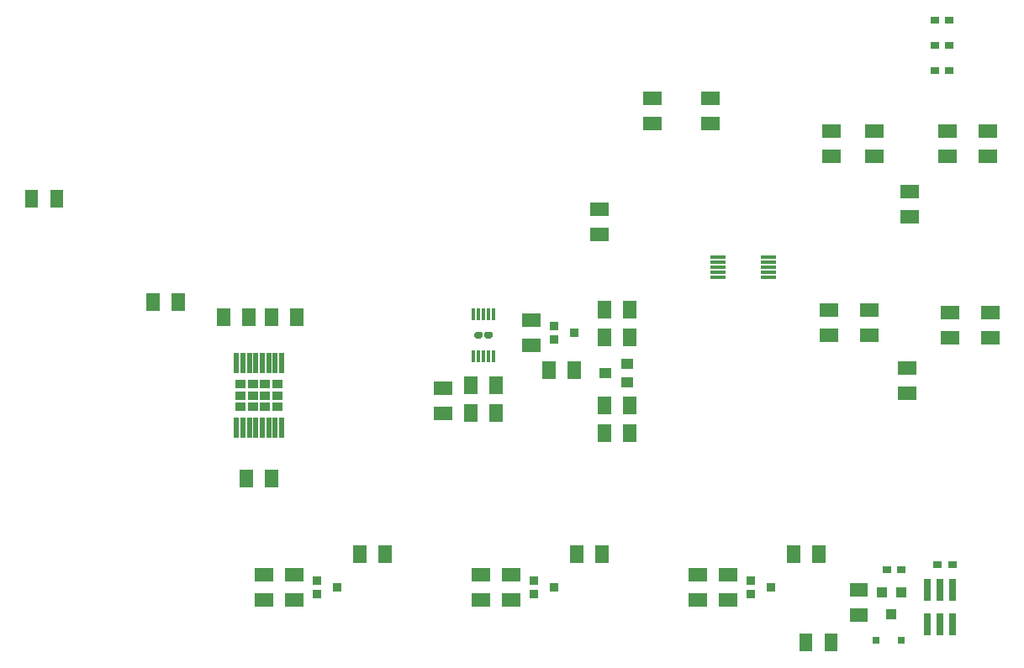
<source format=gtp>
G04 #@! TF.GenerationSoftware,KiCad,Pcbnew,(5.1.6)-1*
G04 #@! TF.CreationDate,2022-03-27T18:43:43+02:00*
G04 #@! TF.ProjectId,signalization_by_fireplace,7369676e-616c-4697-9a61-74696f6e5f62,rev?*
G04 #@! TF.SameCoordinates,Original*
G04 #@! TF.FileFunction,Paste,Top*
G04 #@! TF.FilePolarity,Positive*
%FSLAX46Y46*%
G04 Gerber Fmt 4.6, Leading zero omitted, Abs format (unit mm)*
G04 Created by KiCad (PCBNEW (5.1.6)-1) date 2022-03-27 18:43:43*
%MOMM*%
%LPD*%
G01*
G04 APERTURE LIST*
%ADD10R,0.800000X0.800000*%
%ADD11R,1.050000X0.880000*%
%ADD12R,0.500000X2.000000*%
%ADD13R,1.500000X0.350000*%
%ADD14R,0.900000X0.900000*%
%ADD15R,0.350000X1.200000*%
%ADD16C,0.100000*%
%ADD17R,1.000000X1.000000*%
%ADD18R,0.900000X0.800000*%
%ADD19R,1.300000X1.000000*%
%ADD20R,0.800000X2.200000*%
G04 APERTURE END LIST*
D10*
X231838500Y-140208000D03*
X234378500Y-140208000D03*
D11*
X169047000Y-116703400D03*
X167797000Y-116703400D03*
D12*
X170647000Y-112320000D03*
X171947000Y-118820000D03*
X168047000Y-112320000D03*
D11*
X169047000Y-114436600D03*
D12*
X168697000Y-118820000D03*
X170647000Y-118820000D03*
X169997000Y-112320000D03*
X167397000Y-118820000D03*
X169347000Y-118820000D03*
X169997000Y-118820000D03*
X171297000Y-118820000D03*
X168047000Y-118820000D03*
X171947000Y-112320000D03*
X171297000Y-112320000D03*
X169347000Y-112320000D03*
X168697000Y-112320000D03*
X167397000Y-112320000D03*
D11*
X167797000Y-115570000D03*
X167797000Y-114436600D03*
X169047000Y-115570000D03*
X171547000Y-114436600D03*
X170297000Y-114436600D03*
X171547000Y-115570000D03*
X171547000Y-116703400D03*
X170297000Y-116703400D03*
X170297000Y-115570000D03*
D13*
X220980000Y-101616000D03*
X220980000Y-102116000D03*
X220980000Y-102616000D03*
X220980000Y-103116000D03*
X220980000Y-103616000D03*
X215900000Y-103616000D03*
X215900000Y-103116000D03*
X215900000Y-102616000D03*
X215900000Y-101616000D03*
X215900000Y-102116000D03*
D14*
X199406000Y-109870000D03*
X201406000Y-109220000D03*
X199406000Y-108570000D03*
D15*
X193278000Y-111566960D03*
X193278000Y-107381040D03*
X192778000Y-107381040D03*
X192278000Y-107381040D03*
X191778000Y-107381040D03*
G36*
G01*
X192000500Y-109839000D02*
X191555500Y-109839000D01*
G75*
G02*
X191373000Y-109656500I0J182500D01*
G01*
X191373000Y-109291500D01*
G75*
G02*
X191555500Y-109109000I182500J0D01*
G01*
X192000500Y-109109000D01*
G75*
G02*
X192183000Y-109291500I0J-182500D01*
G01*
X192183000Y-109656500D01*
G75*
G02*
X192000500Y-109839000I-182500J0D01*
G01*
G37*
X191278000Y-107381040D03*
G36*
G01*
X193000500Y-109839000D02*
X192555500Y-109839000D01*
G75*
G02*
X192373000Y-109656500I0J182500D01*
G01*
X192373000Y-109291500D01*
G75*
G02*
X192555500Y-109109000I182500J0D01*
G01*
X193000500Y-109109000D01*
G75*
G02*
X193183000Y-109291500I0J-182500D01*
G01*
X193183000Y-109656500D01*
G75*
G02*
X193000500Y-109839000I-182500J0D01*
G01*
G37*
X191277240Y-111566960D03*
X191778000Y-111566960D03*
X192778000Y-111566960D03*
X192278000Y-111566960D03*
D16*
G36*
X229160500Y-137018000D02*
G01*
X230960500Y-137018000D01*
X230960500Y-138318000D01*
X229160500Y-138318000D01*
X229160500Y-137018000D01*
G37*
G36*
X229160500Y-134478000D02*
G01*
X230960500Y-134478000D01*
X230960500Y-135778000D01*
X229160500Y-135778000D01*
X229160500Y-134478000D01*
G37*
G36*
X226616500Y-141362000D02*
G01*
X226616500Y-139562000D01*
X227916500Y-139562000D01*
X227916500Y-141362000D01*
X226616500Y-141362000D01*
G37*
G36*
X224076500Y-141362000D02*
G01*
X224076500Y-139562000D01*
X225376500Y-139562000D01*
X225376500Y-141362000D01*
X224076500Y-141362000D01*
G37*
D17*
X233362500Y-137598000D03*
X232412500Y-135398000D03*
X234312500Y-135398000D03*
D18*
X238035000Y-132588000D03*
X239485000Y-132588000D03*
X234341500Y-133096000D03*
X232891500Y-133096000D03*
X237717500Y-82804000D03*
X239167500Y-82804000D03*
X237717500Y-80264000D03*
X239167500Y-80264000D03*
X237717500Y-77724000D03*
X239167500Y-77724000D03*
D16*
G36*
X234050000Y-114666000D02*
G01*
X235850000Y-114666000D01*
X235850000Y-115966000D01*
X234050000Y-115966000D01*
X234050000Y-114666000D01*
G37*
G36*
X234050000Y-112126000D02*
G01*
X235850000Y-112126000D01*
X235850000Y-113426000D01*
X234050000Y-113426000D01*
X234050000Y-112126000D01*
G37*
G36*
X212968000Y-135494000D02*
G01*
X214768000Y-135494000D01*
X214768000Y-136794000D01*
X212968000Y-136794000D01*
X212968000Y-135494000D01*
G37*
G36*
X212968000Y-132954000D02*
G01*
X214768000Y-132954000D01*
X214768000Y-134254000D01*
X212968000Y-134254000D01*
X212968000Y-132954000D01*
G37*
G36*
X191124000Y-135494000D02*
G01*
X192924000Y-135494000D01*
X192924000Y-136794000D01*
X191124000Y-136794000D01*
X191124000Y-135494000D01*
G37*
G36*
X191124000Y-132954000D02*
G01*
X192924000Y-132954000D01*
X192924000Y-134254000D01*
X191124000Y-134254000D01*
X191124000Y-132954000D01*
G37*
G36*
X169280000Y-135494000D02*
G01*
X171080000Y-135494000D01*
X171080000Y-136794000D01*
X169280000Y-136794000D01*
X169280000Y-135494000D01*
G37*
G36*
X169280000Y-132954000D02*
G01*
X171080000Y-132954000D01*
X171080000Y-134254000D01*
X169280000Y-134254000D01*
X169280000Y-132954000D01*
G37*
D19*
X206740000Y-114234000D03*
X204540000Y-113284000D03*
X206740000Y-112334000D03*
D16*
G36*
X148638500Y-96658000D02*
G01*
X148638500Y-94858000D01*
X149938500Y-94858000D01*
X149938500Y-96658000D01*
X148638500Y-96658000D01*
G37*
G36*
X146098500Y-96658000D02*
G01*
X146098500Y-94858000D01*
X147398500Y-94858000D01*
X147398500Y-96658000D01*
X146098500Y-96658000D01*
G37*
G36*
X199532000Y-112130000D02*
G01*
X199532000Y-113930000D01*
X198232000Y-113930000D01*
X198232000Y-112130000D01*
X199532000Y-112130000D01*
G37*
G36*
X202072000Y-112130000D02*
G01*
X202072000Y-113930000D01*
X200772000Y-113930000D01*
X200772000Y-112130000D01*
X202072000Y-112130000D01*
G37*
G36*
X159654000Y-105272000D02*
G01*
X159654000Y-107072000D01*
X158354000Y-107072000D01*
X158354000Y-105272000D01*
X159654000Y-105272000D01*
G37*
G36*
X162194000Y-105272000D02*
G01*
X162194000Y-107072000D01*
X160894000Y-107072000D01*
X160894000Y-105272000D01*
X162194000Y-105272000D01*
G37*
G36*
X196204000Y-109840000D02*
G01*
X198004000Y-109840000D01*
X198004000Y-111140000D01*
X196204000Y-111140000D01*
X196204000Y-109840000D01*
G37*
G36*
X196204000Y-107300000D02*
G01*
X198004000Y-107300000D01*
X198004000Y-108600000D01*
X196204000Y-108600000D01*
X196204000Y-107300000D01*
G37*
G36*
X204862000Y-97424000D02*
G01*
X203062000Y-97424000D01*
X203062000Y-96124000D01*
X204862000Y-96124000D01*
X204862000Y-97424000D01*
G37*
G36*
X204862000Y-99964000D02*
G01*
X203062000Y-99964000D01*
X203062000Y-98664000D01*
X204862000Y-98664000D01*
X204862000Y-99964000D01*
G37*
G36*
X225410000Y-132472000D02*
G01*
X225410000Y-130672000D01*
X226710000Y-130672000D01*
X226710000Y-132472000D01*
X225410000Y-132472000D01*
G37*
G36*
X222870000Y-132472000D02*
G01*
X222870000Y-130672000D01*
X224170000Y-130672000D01*
X224170000Y-132472000D01*
X222870000Y-132472000D01*
G37*
G36*
X216016000Y-135494000D02*
G01*
X217816000Y-135494000D01*
X217816000Y-136794000D01*
X216016000Y-136794000D01*
X216016000Y-135494000D01*
G37*
G36*
X216016000Y-132954000D02*
G01*
X217816000Y-132954000D01*
X217816000Y-134254000D01*
X216016000Y-134254000D01*
X216016000Y-132954000D01*
G37*
G36*
X238114000Y-90790000D02*
G01*
X239914000Y-90790000D01*
X239914000Y-92090000D01*
X238114000Y-92090000D01*
X238114000Y-90790000D01*
G37*
G36*
X238114000Y-88250000D02*
G01*
X239914000Y-88250000D01*
X239914000Y-89550000D01*
X238114000Y-89550000D01*
X238114000Y-88250000D01*
G37*
G36*
X243978000Y-89550000D02*
G01*
X242178000Y-89550000D01*
X242178000Y-88250000D01*
X243978000Y-88250000D01*
X243978000Y-89550000D01*
G37*
G36*
X243978000Y-92090000D02*
G01*
X242178000Y-92090000D01*
X242178000Y-90790000D01*
X243978000Y-90790000D01*
X243978000Y-92090000D01*
G37*
G36*
X234304000Y-96886000D02*
G01*
X236104000Y-96886000D01*
X236104000Y-98186000D01*
X234304000Y-98186000D01*
X234304000Y-96886000D01*
G37*
G36*
X234304000Y-94346000D02*
G01*
X236104000Y-94346000D01*
X236104000Y-95646000D01*
X234304000Y-95646000D01*
X234304000Y-94346000D01*
G37*
G36*
X226430000Y-90790000D02*
G01*
X228230000Y-90790000D01*
X228230000Y-92090000D01*
X226430000Y-92090000D01*
X226430000Y-90790000D01*
G37*
G36*
X226430000Y-88250000D02*
G01*
X228230000Y-88250000D01*
X228230000Y-89550000D01*
X226430000Y-89550000D01*
X226430000Y-88250000D01*
G37*
G36*
X230748000Y-90790000D02*
G01*
X232548000Y-90790000D01*
X232548000Y-92090000D01*
X230748000Y-92090000D01*
X230748000Y-90790000D01*
G37*
G36*
X230748000Y-88250000D02*
G01*
X232548000Y-88250000D01*
X232548000Y-89550000D01*
X230748000Y-89550000D01*
X230748000Y-88250000D01*
G37*
G36*
X203566000Y-132472000D02*
G01*
X203566000Y-130672000D01*
X204866000Y-130672000D01*
X204866000Y-132472000D01*
X203566000Y-132472000D01*
G37*
G36*
X201026000Y-132472000D02*
G01*
X201026000Y-130672000D01*
X202326000Y-130672000D01*
X202326000Y-132472000D01*
X201026000Y-132472000D01*
G37*
G36*
X194172000Y-135494000D02*
G01*
X195972000Y-135494000D01*
X195972000Y-136794000D01*
X194172000Y-136794000D01*
X194172000Y-135494000D01*
G37*
G36*
X194172000Y-132954000D02*
G01*
X195972000Y-132954000D01*
X195972000Y-134254000D01*
X194172000Y-134254000D01*
X194172000Y-132954000D01*
G37*
G36*
X226176000Y-108824000D02*
G01*
X227976000Y-108824000D01*
X227976000Y-110124000D01*
X226176000Y-110124000D01*
X226176000Y-108824000D01*
G37*
G36*
X226176000Y-106284000D02*
G01*
X227976000Y-106284000D01*
X227976000Y-107584000D01*
X226176000Y-107584000D01*
X226176000Y-106284000D01*
G37*
G36*
X232040000Y-107584000D02*
G01*
X230240000Y-107584000D01*
X230240000Y-106284000D01*
X232040000Y-106284000D01*
X232040000Y-107584000D01*
G37*
G36*
X232040000Y-110124000D02*
G01*
X230240000Y-110124000D01*
X230240000Y-108824000D01*
X232040000Y-108824000D01*
X232040000Y-110124000D01*
G37*
G36*
X238368000Y-109078000D02*
G01*
X240168000Y-109078000D01*
X240168000Y-110378000D01*
X238368000Y-110378000D01*
X238368000Y-109078000D01*
G37*
G36*
X238368000Y-106538000D02*
G01*
X240168000Y-106538000D01*
X240168000Y-107838000D01*
X238368000Y-107838000D01*
X238368000Y-106538000D01*
G37*
G36*
X242432000Y-109078000D02*
G01*
X244232000Y-109078000D01*
X244232000Y-110378000D01*
X242432000Y-110378000D01*
X242432000Y-109078000D01*
G37*
G36*
X242432000Y-106538000D02*
G01*
X244232000Y-106538000D01*
X244232000Y-107838000D01*
X242432000Y-107838000D01*
X242432000Y-106538000D01*
G37*
G36*
X181722000Y-132472000D02*
G01*
X181722000Y-130672000D01*
X183022000Y-130672000D01*
X183022000Y-132472000D01*
X181722000Y-132472000D01*
G37*
G36*
X179182000Y-132472000D02*
G01*
X179182000Y-130672000D01*
X180482000Y-130672000D01*
X180482000Y-132472000D01*
X179182000Y-132472000D01*
G37*
G36*
X172328000Y-135494000D02*
G01*
X174128000Y-135494000D01*
X174128000Y-136794000D01*
X172328000Y-136794000D01*
X172328000Y-135494000D01*
G37*
G36*
X172328000Y-132954000D02*
G01*
X174128000Y-132954000D01*
X174128000Y-134254000D01*
X172328000Y-134254000D01*
X172328000Y-132954000D01*
G37*
G36*
X214238000Y-87488000D02*
G01*
X216038000Y-87488000D01*
X216038000Y-88788000D01*
X214238000Y-88788000D01*
X214238000Y-87488000D01*
G37*
G36*
X214238000Y-84948000D02*
G01*
X216038000Y-84948000D01*
X216038000Y-86248000D01*
X214238000Y-86248000D01*
X214238000Y-84948000D01*
G37*
G36*
X208396000Y-87488000D02*
G01*
X210196000Y-87488000D01*
X210196000Y-88788000D01*
X208396000Y-88788000D01*
X208396000Y-87488000D01*
G37*
G36*
X208396000Y-84948000D02*
G01*
X210196000Y-84948000D01*
X210196000Y-86248000D01*
X208396000Y-86248000D01*
X208396000Y-84948000D01*
G37*
D14*
X219218000Y-135524000D03*
X221218000Y-134874000D03*
X219218000Y-134224000D03*
X197374000Y-135524000D03*
X199374000Y-134874000D03*
X197374000Y-134224000D03*
X175530000Y-135524000D03*
X177530000Y-134874000D03*
X175530000Y-134224000D03*
D20*
X238252000Y-135178800D03*
X236982000Y-135178800D03*
X239522000Y-135178800D03*
X236982000Y-138633200D03*
X238252000Y-138633200D03*
X239522000Y-138633200D03*
D16*
G36*
X168006000Y-108596000D02*
G01*
X168006000Y-106796000D01*
X169306000Y-106796000D01*
X169306000Y-108596000D01*
X168006000Y-108596000D01*
G37*
G36*
X165466000Y-108596000D02*
G01*
X165466000Y-106796000D01*
X166766000Y-106796000D01*
X166766000Y-108596000D01*
X165466000Y-108596000D01*
G37*
G36*
X172832000Y-108596000D02*
G01*
X172832000Y-106796000D01*
X174132000Y-106796000D01*
X174132000Y-108596000D01*
X172832000Y-108596000D01*
G37*
G36*
X170292000Y-108596000D02*
G01*
X170292000Y-106796000D01*
X171592000Y-106796000D01*
X171592000Y-108596000D01*
X170292000Y-108596000D01*
G37*
G36*
X170292000Y-124852000D02*
G01*
X170292000Y-123052000D01*
X171592000Y-123052000D01*
X171592000Y-124852000D01*
X170292000Y-124852000D01*
G37*
G36*
X167752000Y-124852000D02*
G01*
X167752000Y-123052000D01*
X169052000Y-123052000D01*
X169052000Y-124852000D01*
X167752000Y-124852000D01*
G37*
G36*
X206360000Y-107834000D02*
G01*
X206360000Y-106034000D01*
X207660000Y-106034000D01*
X207660000Y-107834000D01*
X206360000Y-107834000D01*
G37*
G36*
X203820000Y-107834000D02*
G01*
X203820000Y-106034000D01*
X205120000Y-106034000D01*
X205120000Y-107834000D01*
X203820000Y-107834000D01*
G37*
G36*
X206360000Y-110628000D02*
G01*
X206360000Y-108828000D01*
X207660000Y-108828000D01*
X207660000Y-110628000D01*
X206360000Y-110628000D01*
G37*
G36*
X203820000Y-110628000D02*
G01*
X203820000Y-108828000D01*
X205120000Y-108828000D01*
X205120000Y-110628000D01*
X203820000Y-110628000D01*
G37*
G36*
X191658000Y-116448000D02*
G01*
X191658000Y-118248000D01*
X190358000Y-118248000D01*
X190358000Y-116448000D01*
X191658000Y-116448000D01*
G37*
G36*
X194198000Y-116448000D02*
G01*
X194198000Y-118248000D01*
X192898000Y-118248000D01*
X192898000Y-116448000D01*
X194198000Y-116448000D01*
G37*
G36*
X192898000Y-115454000D02*
G01*
X192898000Y-113654000D01*
X194198000Y-113654000D01*
X194198000Y-115454000D01*
X192898000Y-115454000D01*
G37*
G36*
X190358000Y-115454000D02*
G01*
X190358000Y-113654000D01*
X191658000Y-113654000D01*
X191658000Y-115454000D01*
X190358000Y-115454000D01*
G37*
G36*
X189114000Y-115458000D02*
G01*
X187314000Y-115458000D01*
X187314000Y-114158000D01*
X189114000Y-114158000D01*
X189114000Y-115458000D01*
G37*
G36*
X189114000Y-117998000D02*
G01*
X187314000Y-117998000D01*
X187314000Y-116698000D01*
X189114000Y-116698000D01*
X189114000Y-117998000D01*
G37*
G36*
X206360000Y-117486000D02*
G01*
X206360000Y-115686000D01*
X207660000Y-115686000D01*
X207660000Y-117486000D01*
X206360000Y-117486000D01*
G37*
G36*
X203820000Y-117486000D02*
G01*
X203820000Y-115686000D01*
X205120000Y-115686000D01*
X205120000Y-117486000D01*
X203820000Y-117486000D01*
G37*
G36*
X206360000Y-120280000D02*
G01*
X206360000Y-118480000D01*
X207660000Y-118480000D01*
X207660000Y-120280000D01*
X206360000Y-120280000D01*
G37*
G36*
X203820000Y-120280000D02*
G01*
X203820000Y-118480000D01*
X205120000Y-118480000D01*
X205120000Y-120280000D01*
X203820000Y-120280000D01*
G37*
M02*

</source>
